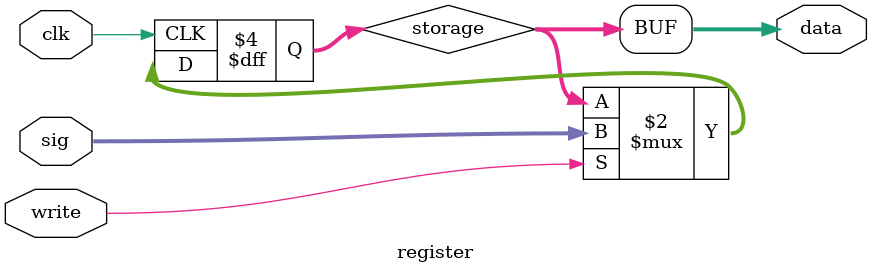
<source format=v>
`timescale 1ns / 1ps

module register#(
    parameter width = 16
    )(
    input  wire clk,
    input  wire write,
    
    input  wire [width - 1 : 0] sig,
    
    output wire [width - 1 : 0] data
    );

reg [width - 1 : 0] storage = 0;

assign data = storage;

always@(posedge clk)
    begin
    
    storage <= write? sig : storage;
    
    end

endmodule

</source>
